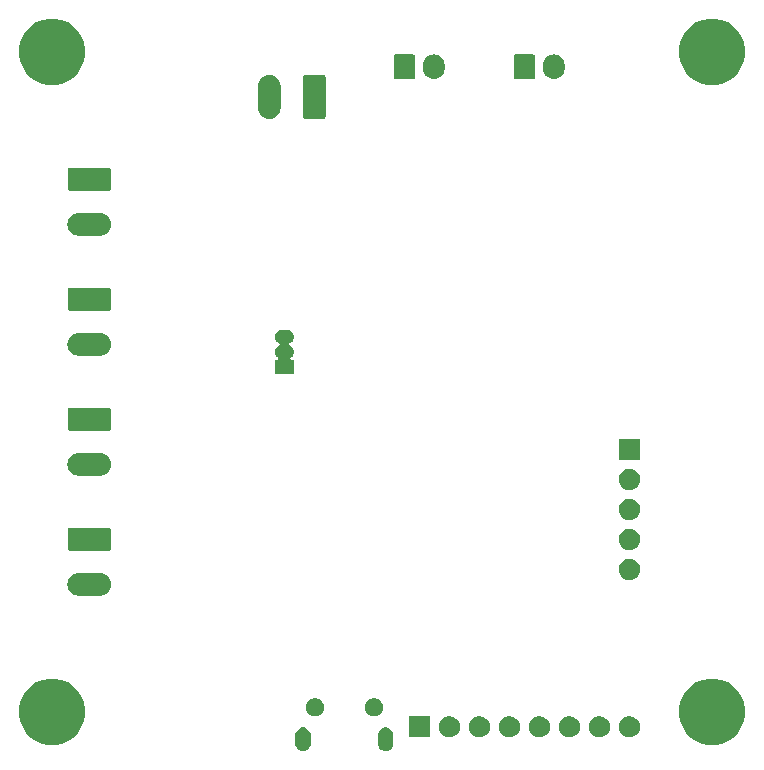
<source format=gbs>
G04 #@! TF.GenerationSoftware,KiCad,Pcbnew,(5.1.5)-3*
G04 #@! TF.CreationDate,2020-02-07T02:52:50+01:00*
G04 #@! TF.ProjectId,T962upgrade,54393632-7570-4677-9261-64652e6b6963,v0.1*
G04 #@! TF.SameCoordinates,Original*
G04 #@! TF.FileFunction,Soldermask,Bot*
G04 #@! TF.FilePolarity,Negative*
%FSLAX46Y46*%
G04 Gerber Fmt 4.6, Leading zero omitted, Abs format (unit mm)*
G04 Created by KiCad (PCBNEW (5.1.5)-3) date 2020-02-07 02:52:50*
%MOMM*%
%LPD*%
G04 APERTURE LIST*
%ADD10C,0.100000*%
G04 APERTURE END LIST*
D10*
G36*
X89337618Y-124517420D02*
G01*
X89428404Y-124544960D01*
X89460336Y-124554646D01*
X89573425Y-124615094D01*
X89672554Y-124696446D01*
X89753906Y-124795575D01*
X89814354Y-124908664D01*
X89824040Y-124940596D01*
X89851580Y-125031382D01*
X89861000Y-125127027D01*
X89861000Y-125890973D01*
X89851580Y-125986618D01*
X89824040Y-126077404D01*
X89814354Y-126109336D01*
X89753906Y-126222425D01*
X89672554Y-126321553D01*
X89573424Y-126402906D01*
X89460335Y-126463354D01*
X89428403Y-126473040D01*
X89337617Y-126500580D01*
X89210000Y-126513149D01*
X89082382Y-126500580D01*
X88991596Y-126473040D01*
X88959664Y-126463354D01*
X88846575Y-126402906D01*
X88747447Y-126321554D01*
X88666094Y-126222424D01*
X88605646Y-126109335D01*
X88569750Y-125991000D01*
X88568420Y-125986617D01*
X88559000Y-125890972D01*
X88559000Y-125127027D01*
X88568420Y-125031382D01*
X88605645Y-124908668D01*
X88630608Y-124861966D01*
X88666095Y-124795575D01*
X88747447Y-124696446D01*
X88846576Y-124615094D01*
X88959665Y-124554646D01*
X88991597Y-124544960D01*
X89082383Y-124517420D01*
X89210000Y-124504851D01*
X89337618Y-124517420D01*
G37*
G36*
X96337617Y-124517420D02*
G01*
X96428403Y-124544960D01*
X96460335Y-124554646D01*
X96573424Y-124615094D01*
X96672554Y-124696447D01*
X96753906Y-124795575D01*
X96814354Y-124908664D01*
X96824040Y-124940596D01*
X96851580Y-125031382D01*
X96861000Y-125127027D01*
X96861000Y-125890973D01*
X96851580Y-125986618D01*
X96824040Y-126077404D01*
X96814354Y-126109336D01*
X96753906Y-126222425D01*
X96672554Y-126321554D01*
X96573425Y-126402906D01*
X96460336Y-126463354D01*
X96428404Y-126473040D01*
X96337618Y-126500580D01*
X96210000Y-126513149D01*
X96082383Y-126500580D01*
X95991597Y-126473040D01*
X95959665Y-126463354D01*
X95846576Y-126402906D01*
X95747447Y-126321554D01*
X95666095Y-126222425D01*
X95605648Y-126109337D01*
X95605645Y-126109332D01*
X95568420Y-125986618D01*
X95559000Y-125890973D01*
X95559000Y-125127028D01*
X95568420Y-125031383D01*
X95605645Y-124908669D01*
X95605646Y-124908665D01*
X95666094Y-124795576D01*
X95747447Y-124696446D01*
X95846575Y-124615094D01*
X95959664Y-124554646D01*
X95991596Y-124544960D01*
X96082382Y-124517420D01*
X96210000Y-124504851D01*
X96337617Y-124517420D01*
G37*
G36*
X68762021Y-120496640D02*
G01*
X69271769Y-120707785D01*
X69271771Y-120707786D01*
X69730534Y-121014321D01*
X70120679Y-121404466D01*
X70427214Y-121863229D01*
X70427215Y-121863231D01*
X70638360Y-122372979D01*
X70746000Y-122914124D01*
X70746000Y-123465876D01*
X70638360Y-124007021D01*
X70427215Y-124516769D01*
X70427214Y-124516771D01*
X70120679Y-124975534D01*
X69730534Y-125365679D01*
X69271771Y-125672214D01*
X69271770Y-125672215D01*
X69271769Y-125672215D01*
X68762021Y-125883360D01*
X68220876Y-125991000D01*
X67669124Y-125991000D01*
X67127979Y-125883360D01*
X66618231Y-125672215D01*
X66618230Y-125672215D01*
X66618229Y-125672214D01*
X66159466Y-125365679D01*
X65769321Y-124975534D01*
X65462786Y-124516771D01*
X65462785Y-124516769D01*
X65251640Y-124007021D01*
X65144000Y-123465876D01*
X65144000Y-122914124D01*
X65251640Y-122372979D01*
X65462785Y-121863231D01*
X65462786Y-121863229D01*
X65769321Y-121404466D01*
X66159466Y-121014321D01*
X66618229Y-120707786D01*
X66618231Y-120707785D01*
X67127979Y-120496640D01*
X67669124Y-120389000D01*
X68220876Y-120389000D01*
X68762021Y-120496640D01*
G37*
G36*
X124642021Y-120496640D02*
G01*
X125151769Y-120707785D01*
X125151771Y-120707786D01*
X125610534Y-121014321D01*
X126000679Y-121404466D01*
X126307214Y-121863229D01*
X126307215Y-121863231D01*
X126518360Y-122372979D01*
X126626000Y-122914124D01*
X126626000Y-123465876D01*
X126518360Y-124007021D01*
X126307215Y-124516769D01*
X126307214Y-124516771D01*
X126000679Y-124975534D01*
X125610534Y-125365679D01*
X125151771Y-125672214D01*
X125151770Y-125672215D01*
X125151769Y-125672215D01*
X124642021Y-125883360D01*
X124100876Y-125991000D01*
X123549124Y-125991000D01*
X123007979Y-125883360D01*
X122498231Y-125672215D01*
X122498230Y-125672215D01*
X122498229Y-125672214D01*
X122039466Y-125365679D01*
X121649321Y-124975534D01*
X121342786Y-124516771D01*
X121342785Y-124516769D01*
X121131640Y-124007021D01*
X121024000Y-123465876D01*
X121024000Y-122914124D01*
X121131640Y-122372979D01*
X121342785Y-121863231D01*
X121342786Y-121863229D01*
X121649321Y-121404466D01*
X122039466Y-121014321D01*
X122498229Y-120707786D01*
X122498231Y-120707785D01*
X123007979Y-120496640D01*
X123549124Y-120389000D01*
X124100876Y-120389000D01*
X124642021Y-120496640D01*
G37*
G36*
X111873512Y-123563927D02*
G01*
X112022812Y-123593624D01*
X112186784Y-123661544D01*
X112334354Y-123760147D01*
X112459853Y-123885646D01*
X112558456Y-124033216D01*
X112626376Y-124197188D01*
X112656073Y-124346488D01*
X112661000Y-124371258D01*
X112661000Y-124548742D01*
X112656073Y-124573512D01*
X112626376Y-124722812D01*
X112558456Y-124886784D01*
X112459853Y-125034354D01*
X112334354Y-125159853D01*
X112186784Y-125258456D01*
X112022812Y-125326376D01*
X111873512Y-125356073D01*
X111848742Y-125361000D01*
X111671258Y-125361000D01*
X111646488Y-125356073D01*
X111497188Y-125326376D01*
X111333216Y-125258456D01*
X111185646Y-125159853D01*
X111060147Y-125034354D01*
X110961544Y-124886784D01*
X110893624Y-124722812D01*
X110863927Y-124573512D01*
X110859000Y-124548742D01*
X110859000Y-124371258D01*
X110863927Y-124346488D01*
X110893624Y-124197188D01*
X110961544Y-124033216D01*
X111060147Y-123885646D01*
X111185646Y-123760147D01*
X111333216Y-123661544D01*
X111497188Y-123593624D01*
X111646488Y-123563927D01*
X111671258Y-123559000D01*
X111848742Y-123559000D01*
X111873512Y-123563927D01*
G37*
G36*
X116953512Y-123563927D02*
G01*
X117102812Y-123593624D01*
X117266784Y-123661544D01*
X117414354Y-123760147D01*
X117539853Y-123885646D01*
X117638456Y-124033216D01*
X117706376Y-124197188D01*
X117736073Y-124346488D01*
X117741000Y-124371258D01*
X117741000Y-124548742D01*
X117736073Y-124573512D01*
X117706376Y-124722812D01*
X117638456Y-124886784D01*
X117539853Y-125034354D01*
X117414354Y-125159853D01*
X117266784Y-125258456D01*
X117102812Y-125326376D01*
X116953512Y-125356073D01*
X116928742Y-125361000D01*
X116751258Y-125361000D01*
X116726488Y-125356073D01*
X116577188Y-125326376D01*
X116413216Y-125258456D01*
X116265646Y-125159853D01*
X116140147Y-125034354D01*
X116041544Y-124886784D01*
X115973624Y-124722812D01*
X115943927Y-124573512D01*
X115939000Y-124548742D01*
X115939000Y-124371258D01*
X115943927Y-124346488D01*
X115973624Y-124197188D01*
X116041544Y-124033216D01*
X116140147Y-123885646D01*
X116265646Y-123760147D01*
X116413216Y-123661544D01*
X116577188Y-123593624D01*
X116726488Y-123563927D01*
X116751258Y-123559000D01*
X116928742Y-123559000D01*
X116953512Y-123563927D01*
G37*
G36*
X109333512Y-123563927D02*
G01*
X109482812Y-123593624D01*
X109646784Y-123661544D01*
X109794354Y-123760147D01*
X109919853Y-123885646D01*
X110018456Y-124033216D01*
X110086376Y-124197188D01*
X110116073Y-124346488D01*
X110121000Y-124371258D01*
X110121000Y-124548742D01*
X110116073Y-124573512D01*
X110086376Y-124722812D01*
X110018456Y-124886784D01*
X109919853Y-125034354D01*
X109794354Y-125159853D01*
X109646784Y-125258456D01*
X109482812Y-125326376D01*
X109333512Y-125356073D01*
X109308742Y-125361000D01*
X109131258Y-125361000D01*
X109106488Y-125356073D01*
X108957188Y-125326376D01*
X108793216Y-125258456D01*
X108645646Y-125159853D01*
X108520147Y-125034354D01*
X108421544Y-124886784D01*
X108353624Y-124722812D01*
X108323927Y-124573512D01*
X108319000Y-124548742D01*
X108319000Y-124371258D01*
X108323927Y-124346488D01*
X108353624Y-124197188D01*
X108421544Y-124033216D01*
X108520147Y-123885646D01*
X108645646Y-123760147D01*
X108793216Y-123661544D01*
X108957188Y-123593624D01*
X109106488Y-123563927D01*
X109131258Y-123559000D01*
X109308742Y-123559000D01*
X109333512Y-123563927D01*
G37*
G36*
X106793512Y-123563927D02*
G01*
X106942812Y-123593624D01*
X107106784Y-123661544D01*
X107254354Y-123760147D01*
X107379853Y-123885646D01*
X107478456Y-124033216D01*
X107546376Y-124197188D01*
X107576073Y-124346488D01*
X107581000Y-124371258D01*
X107581000Y-124548742D01*
X107576073Y-124573512D01*
X107546376Y-124722812D01*
X107478456Y-124886784D01*
X107379853Y-125034354D01*
X107254354Y-125159853D01*
X107106784Y-125258456D01*
X106942812Y-125326376D01*
X106793512Y-125356073D01*
X106768742Y-125361000D01*
X106591258Y-125361000D01*
X106566488Y-125356073D01*
X106417188Y-125326376D01*
X106253216Y-125258456D01*
X106105646Y-125159853D01*
X105980147Y-125034354D01*
X105881544Y-124886784D01*
X105813624Y-124722812D01*
X105783927Y-124573512D01*
X105779000Y-124548742D01*
X105779000Y-124371258D01*
X105783927Y-124346488D01*
X105813624Y-124197188D01*
X105881544Y-124033216D01*
X105980147Y-123885646D01*
X106105646Y-123760147D01*
X106253216Y-123661544D01*
X106417188Y-123593624D01*
X106566488Y-123563927D01*
X106591258Y-123559000D01*
X106768742Y-123559000D01*
X106793512Y-123563927D01*
G37*
G36*
X104253512Y-123563927D02*
G01*
X104402812Y-123593624D01*
X104566784Y-123661544D01*
X104714354Y-123760147D01*
X104839853Y-123885646D01*
X104938456Y-124033216D01*
X105006376Y-124197188D01*
X105036073Y-124346488D01*
X105041000Y-124371258D01*
X105041000Y-124548742D01*
X105036073Y-124573512D01*
X105006376Y-124722812D01*
X104938456Y-124886784D01*
X104839853Y-125034354D01*
X104714354Y-125159853D01*
X104566784Y-125258456D01*
X104402812Y-125326376D01*
X104253512Y-125356073D01*
X104228742Y-125361000D01*
X104051258Y-125361000D01*
X104026488Y-125356073D01*
X103877188Y-125326376D01*
X103713216Y-125258456D01*
X103565646Y-125159853D01*
X103440147Y-125034354D01*
X103341544Y-124886784D01*
X103273624Y-124722812D01*
X103243927Y-124573512D01*
X103239000Y-124548742D01*
X103239000Y-124371258D01*
X103243927Y-124346488D01*
X103273624Y-124197188D01*
X103341544Y-124033216D01*
X103440147Y-123885646D01*
X103565646Y-123760147D01*
X103713216Y-123661544D01*
X103877188Y-123593624D01*
X104026488Y-123563927D01*
X104051258Y-123559000D01*
X104228742Y-123559000D01*
X104253512Y-123563927D01*
G37*
G36*
X101713512Y-123563927D02*
G01*
X101862812Y-123593624D01*
X102026784Y-123661544D01*
X102174354Y-123760147D01*
X102299853Y-123885646D01*
X102398456Y-124033216D01*
X102466376Y-124197188D01*
X102496073Y-124346488D01*
X102501000Y-124371258D01*
X102501000Y-124548742D01*
X102496073Y-124573512D01*
X102466376Y-124722812D01*
X102398456Y-124886784D01*
X102299853Y-125034354D01*
X102174354Y-125159853D01*
X102026784Y-125258456D01*
X101862812Y-125326376D01*
X101713512Y-125356073D01*
X101688742Y-125361000D01*
X101511258Y-125361000D01*
X101486488Y-125356073D01*
X101337188Y-125326376D01*
X101173216Y-125258456D01*
X101025646Y-125159853D01*
X100900147Y-125034354D01*
X100801544Y-124886784D01*
X100733624Y-124722812D01*
X100703927Y-124573512D01*
X100699000Y-124548742D01*
X100699000Y-124371258D01*
X100703927Y-124346488D01*
X100733624Y-124197188D01*
X100801544Y-124033216D01*
X100900147Y-123885646D01*
X101025646Y-123760147D01*
X101173216Y-123661544D01*
X101337188Y-123593624D01*
X101486488Y-123563927D01*
X101511258Y-123559000D01*
X101688742Y-123559000D01*
X101713512Y-123563927D01*
G37*
G36*
X99961000Y-125361000D02*
G01*
X98159000Y-125361000D01*
X98159000Y-123559000D01*
X99961000Y-123559000D01*
X99961000Y-125361000D01*
G37*
G36*
X114413512Y-123563927D02*
G01*
X114562812Y-123593624D01*
X114726784Y-123661544D01*
X114874354Y-123760147D01*
X114999853Y-123885646D01*
X115098456Y-124033216D01*
X115166376Y-124197188D01*
X115196073Y-124346488D01*
X115201000Y-124371258D01*
X115201000Y-124548742D01*
X115196073Y-124573512D01*
X115166376Y-124722812D01*
X115098456Y-124886784D01*
X114999853Y-125034354D01*
X114874354Y-125159853D01*
X114726784Y-125258456D01*
X114562812Y-125326376D01*
X114413512Y-125356073D01*
X114388742Y-125361000D01*
X114211258Y-125361000D01*
X114186488Y-125356073D01*
X114037188Y-125326376D01*
X113873216Y-125258456D01*
X113725646Y-125159853D01*
X113600147Y-125034354D01*
X113501544Y-124886784D01*
X113433624Y-124722812D01*
X113403927Y-124573512D01*
X113399000Y-124548742D01*
X113399000Y-124371258D01*
X113403927Y-124346488D01*
X113433624Y-124197188D01*
X113501544Y-124033216D01*
X113600147Y-123885646D01*
X113725646Y-123760147D01*
X113873216Y-123661544D01*
X114037188Y-123593624D01*
X114186488Y-123563927D01*
X114211258Y-123559000D01*
X114388742Y-123559000D01*
X114413512Y-123563927D01*
G37*
G36*
X95436348Y-122062820D02*
G01*
X95436350Y-122062821D01*
X95436351Y-122062821D01*
X95577574Y-122121317D01*
X95577577Y-122121319D01*
X95704669Y-122206239D01*
X95812761Y-122314331D01*
X95851948Y-122372979D01*
X95897683Y-122441426D01*
X95956179Y-122582649D01*
X95956180Y-122582652D01*
X95986000Y-122732569D01*
X95986000Y-122885431D01*
X95980293Y-122914124D01*
X95956179Y-123035351D01*
X95897683Y-123176574D01*
X95897681Y-123176577D01*
X95812761Y-123303669D01*
X95704669Y-123411761D01*
X95623683Y-123465874D01*
X95577574Y-123496683D01*
X95436351Y-123555179D01*
X95436350Y-123555179D01*
X95436348Y-123555180D01*
X95286431Y-123585000D01*
X95133569Y-123585000D01*
X94983652Y-123555180D01*
X94983650Y-123555179D01*
X94983649Y-123555179D01*
X94842426Y-123496683D01*
X94796317Y-123465874D01*
X94715331Y-123411761D01*
X94607239Y-123303669D01*
X94522319Y-123176577D01*
X94522317Y-123176574D01*
X94463821Y-123035351D01*
X94439708Y-122914124D01*
X94434000Y-122885431D01*
X94434000Y-122732569D01*
X94463820Y-122582652D01*
X94463821Y-122582649D01*
X94522317Y-122441426D01*
X94568052Y-122372979D01*
X94607239Y-122314331D01*
X94715331Y-122206239D01*
X94842423Y-122121319D01*
X94842426Y-122121317D01*
X94983649Y-122062821D01*
X94983650Y-122062821D01*
X94983652Y-122062820D01*
X95133569Y-122033000D01*
X95286431Y-122033000D01*
X95436348Y-122062820D01*
G37*
G36*
X90436348Y-122062820D02*
G01*
X90436350Y-122062821D01*
X90436351Y-122062821D01*
X90577574Y-122121317D01*
X90577577Y-122121319D01*
X90704669Y-122206239D01*
X90812761Y-122314331D01*
X90851948Y-122372979D01*
X90897683Y-122441426D01*
X90956179Y-122582649D01*
X90956180Y-122582652D01*
X90986000Y-122732569D01*
X90986000Y-122885431D01*
X90980293Y-122914124D01*
X90956179Y-123035351D01*
X90897683Y-123176574D01*
X90897681Y-123176577D01*
X90812761Y-123303669D01*
X90704669Y-123411761D01*
X90623683Y-123465874D01*
X90577574Y-123496683D01*
X90436351Y-123555179D01*
X90436350Y-123555179D01*
X90436348Y-123555180D01*
X90286431Y-123585000D01*
X90133569Y-123585000D01*
X89983652Y-123555180D01*
X89983650Y-123555179D01*
X89983649Y-123555179D01*
X89842426Y-123496683D01*
X89796317Y-123465874D01*
X89715331Y-123411761D01*
X89607239Y-123303669D01*
X89522319Y-123176577D01*
X89522317Y-123176574D01*
X89463821Y-123035351D01*
X89439708Y-122914124D01*
X89434000Y-122885431D01*
X89434000Y-122732569D01*
X89463820Y-122582652D01*
X89463821Y-122582649D01*
X89522317Y-122441426D01*
X89568052Y-122372979D01*
X89607239Y-122314331D01*
X89715331Y-122206239D01*
X89842423Y-122121319D01*
X89842426Y-122121317D01*
X89983649Y-122062821D01*
X89983650Y-122062821D01*
X89983652Y-122062820D01*
X90133569Y-122033000D01*
X90286431Y-122033000D01*
X90436348Y-122062820D01*
G37*
G36*
X72206425Y-111457760D02*
G01*
X72206428Y-111457761D01*
X72206429Y-111457761D01*
X72385693Y-111512140D01*
X72385696Y-111512142D01*
X72385697Y-111512142D01*
X72550903Y-111600446D01*
X72695712Y-111719288D01*
X72814554Y-111864097D01*
X72902858Y-112029303D01*
X72902860Y-112029307D01*
X72957239Y-112208571D01*
X72957240Y-112208575D01*
X72975601Y-112395000D01*
X72957240Y-112581425D01*
X72957239Y-112581428D01*
X72957239Y-112581429D01*
X72902860Y-112760693D01*
X72902858Y-112760696D01*
X72902858Y-112760697D01*
X72814554Y-112925903D01*
X72695712Y-113070712D01*
X72550903Y-113189554D01*
X72385697Y-113277858D01*
X72385693Y-113277860D01*
X72206429Y-113332239D01*
X72206428Y-113332239D01*
X72206425Y-113332240D01*
X72066718Y-113346000D01*
X70173282Y-113346000D01*
X70033575Y-113332240D01*
X70033572Y-113332239D01*
X70033571Y-113332239D01*
X69854307Y-113277860D01*
X69854303Y-113277858D01*
X69689097Y-113189554D01*
X69544288Y-113070712D01*
X69425446Y-112925903D01*
X69337142Y-112760697D01*
X69337142Y-112760696D01*
X69337140Y-112760693D01*
X69282761Y-112581429D01*
X69282761Y-112581428D01*
X69282760Y-112581425D01*
X69264399Y-112395000D01*
X69282760Y-112208575D01*
X69282761Y-112208571D01*
X69337140Y-112029307D01*
X69337142Y-112029303D01*
X69425446Y-111864097D01*
X69544288Y-111719288D01*
X69689097Y-111600446D01*
X69854303Y-111512142D01*
X69854304Y-111512142D01*
X69854307Y-111512140D01*
X70033571Y-111457761D01*
X70033572Y-111457761D01*
X70033575Y-111457760D01*
X70173282Y-111444000D01*
X72066718Y-111444000D01*
X72206425Y-111457760D01*
G37*
G36*
X116953512Y-110228927D02*
G01*
X117102812Y-110258624D01*
X117266784Y-110326544D01*
X117414354Y-110425147D01*
X117539853Y-110550646D01*
X117638456Y-110698216D01*
X117706376Y-110862188D01*
X117741000Y-111036259D01*
X117741000Y-111213741D01*
X117706376Y-111387812D01*
X117638456Y-111551784D01*
X117539853Y-111699354D01*
X117414354Y-111824853D01*
X117266784Y-111923456D01*
X117102812Y-111991376D01*
X116953512Y-112021073D01*
X116928742Y-112026000D01*
X116751258Y-112026000D01*
X116726488Y-112021073D01*
X116577188Y-111991376D01*
X116413216Y-111923456D01*
X116265646Y-111824853D01*
X116140147Y-111699354D01*
X116041544Y-111551784D01*
X115973624Y-111387812D01*
X115939000Y-111213741D01*
X115939000Y-111036259D01*
X115973624Y-110862188D01*
X116041544Y-110698216D01*
X116140147Y-110550646D01*
X116265646Y-110425147D01*
X116413216Y-110326544D01*
X116577188Y-110258624D01*
X116726488Y-110228927D01*
X116751258Y-110224000D01*
X116928742Y-110224000D01*
X116953512Y-110228927D01*
G37*
G36*
X72830915Y-107637934D02*
G01*
X72863424Y-107647795D01*
X72893382Y-107663809D01*
X72919641Y-107685359D01*
X72941191Y-107711618D01*
X72957205Y-107741576D01*
X72967066Y-107774085D01*
X72971000Y-107814029D01*
X72971000Y-109355971D01*
X72967066Y-109395915D01*
X72957205Y-109428424D01*
X72941191Y-109458382D01*
X72919641Y-109484641D01*
X72893382Y-109506191D01*
X72863424Y-109522205D01*
X72830915Y-109532066D01*
X72790971Y-109536000D01*
X69449029Y-109536000D01*
X69409085Y-109532066D01*
X69376576Y-109522205D01*
X69346618Y-109506191D01*
X69320359Y-109484641D01*
X69298809Y-109458382D01*
X69282795Y-109428424D01*
X69272934Y-109395915D01*
X69269000Y-109355971D01*
X69269000Y-107814029D01*
X69272934Y-107774085D01*
X69282795Y-107741576D01*
X69298809Y-107711618D01*
X69320359Y-107685359D01*
X69346618Y-107663809D01*
X69376576Y-107647795D01*
X69409085Y-107637934D01*
X69449029Y-107634000D01*
X72790971Y-107634000D01*
X72830915Y-107637934D01*
G37*
G36*
X116953512Y-107688927D02*
G01*
X117102812Y-107718624D01*
X117266784Y-107786544D01*
X117414354Y-107885147D01*
X117539853Y-108010646D01*
X117638456Y-108158216D01*
X117706376Y-108322188D01*
X117741000Y-108496259D01*
X117741000Y-108673741D01*
X117706376Y-108847812D01*
X117638456Y-109011784D01*
X117539853Y-109159354D01*
X117414354Y-109284853D01*
X117266784Y-109383456D01*
X117102812Y-109451376D01*
X116953512Y-109481073D01*
X116928742Y-109486000D01*
X116751258Y-109486000D01*
X116726488Y-109481073D01*
X116577188Y-109451376D01*
X116413216Y-109383456D01*
X116265646Y-109284853D01*
X116140147Y-109159354D01*
X116041544Y-109011784D01*
X115973624Y-108847812D01*
X115939000Y-108673741D01*
X115939000Y-108496259D01*
X115973624Y-108322188D01*
X116041544Y-108158216D01*
X116140147Y-108010646D01*
X116265646Y-107885147D01*
X116413216Y-107786544D01*
X116577188Y-107718624D01*
X116726488Y-107688927D01*
X116751258Y-107684000D01*
X116928742Y-107684000D01*
X116953512Y-107688927D01*
G37*
G36*
X116953512Y-105148927D02*
G01*
X117102812Y-105178624D01*
X117266784Y-105246544D01*
X117414354Y-105345147D01*
X117539853Y-105470646D01*
X117638456Y-105618216D01*
X117706376Y-105782188D01*
X117741000Y-105956259D01*
X117741000Y-106133741D01*
X117706376Y-106307812D01*
X117638456Y-106471784D01*
X117539853Y-106619354D01*
X117414354Y-106744853D01*
X117266784Y-106843456D01*
X117102812Y-106911376D01*
X116953512Y-106941073D01*
X116928742Y-106946000D01*
X116751258Y-106946000D01*
X116726488Y-106941073D01*
X116577188Y-106911376D01*
X116413216Y-106843456D01*
X116265646Y-106744853D01*
X116140147Y-106619354D01*
X116041544Y-106471784D01*
X115973624Y-106307812D01*
X115939000Y-106133741D01*
X115939000Y-105956259D01*
X115973624Y-105782188D01*
X116041544Y-105618216D01*
X116140147Y-105470646D01*
X116265646Y-105345147D01*
X116413216Y-105246544D01*
X116577188Y-105178624D01*
X116726488Y-105148927D01*
X116751258Y-105144000D01*
X116928742Y-105144000D01*
X116953512Y-105148927D01*
G37*
G36*
X116953512Y-102608927D02*
G01*
X117102812Y-102638624D01*
X117266784Y-102706544D01*
X117414354Y-102805147D01*
X117539853Y-102930646D01*
X117638456Y-103078216D01*
X117706376Y-103242188D01*
X117741000Y-103416259D01*
X117741000Y-103593741D01*
X117706376Y-103767812D01*
X117638456Y-103931784D01*
X117539853Y-104079354D01*
X117414354Y-104204853D01*
X117266784Y-104303456D01*
X117102812Y-104371376D01*
X116953512Y-104401073D01*
X116928742Y-104406000D01*
X116751258Y-104406000D01*
X116726488Y-104401073D01*
X116577188Y-104371376D01*
X116413216Y-104303456D01*
X116265646Y-104204853D01*
X116140147Y-104079354D01*
X116041544Y-103931784D01*
X115973624Y-103767812D01*
X115939000Y-103593741D01*
X115939000Y-103416259D01*
X115973624Y-103242188D01*
X116041544Y-103078216D01*
X116140147Y-102930646D01*
X116265646Y-102805147D01*
X116413216Y-102706544D01*
X116577188Y-102638624D01*
X116726488Y-102608927D01*
X116751258Y-102604000D01*
X116928742Y-102604000D01*
X116953512Y-102608927D01*
G37*
G36*
X72206425Y-101297760D02*
G01*
X72206428Y-101297761D01*
X72206429Y-101297761D01*
X72385693Y-101352140D01*
X72385696Y-101352142D01*
X72385697Y-101352142D01*
X72550903Y-101440446D01*
X72695712Y-101559288D01*
X72814554Y-101704097D01*
X72902858Y-101869303D01*
X72902860Y-101869307D01*
X72957239Y-102048571D01*
X72957240Y-102048575D01*
X72975601Y-102235000D01*
X72957240Y-102421425D01*
X72957239Y-102421428D01*
X72957239Y-102421429D01*
X72902860Y-102600693D01*
X72902858Y-102600696D01*
X72902858Y-102600697D01*
X72814554Y-102765903D01*
X72695712Y-102910712D01*
X72550903Y-103029554D01*
X72385697Y-103117858D01*
X72385693Y-103117860D01*
X72206429Y-103172239D01*
X72206428Y-103172239D01*
X72206425Y-103172240D01*
X72066718Y-103186000D01*
X70173282Y-103186000D01*
X70033575Y-103172240D01*
X70033572Y-103172239D01*
X70033571Y-103172239D01*
X69854307Y-103117860D01*
X69854303Y-103117858D01*
X69689097Y-103029554D01*
X69544288Y-102910712D01*
X69425446Y-102765903D01*
X69337142Y-102600697D01*
X69337142Y-102600696D01*
X69337140Y-102600693D01*
X69282761Y-102421429D01*
X69282761Y-102421428D01*
X69282760Y-102421425D01*
X69264399Y-102235000D01*
X69282760Y-102048575D01*
X69282761Y-102048571D01*
X69337140Y-101869307D01*
X69337142Y-101869303D01*
X69425446Y-101704097D01*
X69544288Y-101559288D01*
X69689097Y-101440446D01*
X69854303Y-101352142D01*
X69854304Y-101352142D01*
X69854307Y-101352140D01*
X70033571Y-101297761D01*
X70033572Y-101297761D01*
X70033575Y-101297760D01*
X70173282Y-101284000D01*
X72066718Y-101284000D01*
X72206425Y-101297760D01*
G37*
G36*
X117741000Y-101866000D02*
G01*
X115939000Y-101866000D01*
X115939000Y-100064000D01*
X117741000Y-100064000D01*
X117741000Y-101866000D01*
G37*
G36*
X72830915Y-97477934D02*
G01*
X72863424Y-97487795D01*
X72893382Y-97503809D01*
X72919641Y-97525359D01*
X72941191Y-97551618D01*
X72957205Y-97581576D01*
X72967066Y-97614085D01*
X72971000Y-97654029D01*
X72971000Y-99195971D01*
X72967066Y-99235915D01*
X72957205Y-99268424D01*
X72941191Y-99298382D01*
X72919641Y-99324641D01*
X72893382Y-99346191D01*
X72863424Y-99362205D01*
X72830915Y-99372066D01*
X72790971Y-99376000D01*
X69449029Y-99376000D01*
X69409085Y-99372066D01*
X69376576Y-99362205D01*
X69346618Y-99346191D01*
X69320359Y-99324641D01*
X69298809Y-99298382D01*
X69282795Y-99268424D01*
X69272934Y-99235915D01*
X69269000Y-99195971D01*
X69269000Y-97654029D01*
X69272934Y-97614085D01*
X69282795Y-97581576D01*
X69298809Y-97551618D01*
X69320359Y-97525359D01*
X69346618Y-97503809D01*
X69376576Y-97487795D01*
X69409085Y-97477934D01*
X69449029Y-97474000D01*
X72790971Y-97474000D01*
X72830915Y-97477934D01*
G37*
G36*
X87967916Y-90872334D02*
G01*
X88076492Y-90905271D01*
X88076495Y-90905272D01*
X88112601Y-90924571D01*
X88176557Y-90958756D01*
X88264264Y-91030736D01*
X88336244Y-91118443D01*
X88370429Y-91182399D01*
X88389728Y-91218505D01*
X88389729Y-91218508D01*
X88422666Y-91327084D01*
X88433787Y-91440000D01*
X88422666Y-91552916D01*
X88389729Y-91661492D01*
X88389728Y-91661495D01*
X88370429Y-91697601D01*
X88336244Y-91761557D01*
X88264264Y-91849264D01*
X88176557Y-91921244D01*
X88095141Y-91964761D01*
X88074766Y-91978375D01*
X88057439Y-91995702D01*
X88043826Y-92016076D01*
X88034448Y-92038715D01*
X88029668Y-92062748D01*
X88029668Y-92087252D01*
X88034448Y-92111285D01*
X88043826Y-92133924D01*
X88057440Y-92154299D01*
X88074767Y-92171626D01*
X88095141Y-92185239D01*
X88176557Y-92228756D01*
X88264264Y-92300736D01*
X88336244Y-92388443D01*
X88364172Y-92440693D01*
X88389728Y-92488505D01*
X88389729Y-92488508D01*
X88422666Y-92597084D01*
X88433787Y-92710000D01*
X88422666Y-92822916D01*
X88389729Y-92931492D01*
X88389728Y-92931495D01*
X88375636Y-92957858D01*
X88336244Y-93031557D01*
X88264264Y-93119264D01*
X88187354Y-93182383D01*
X88170035Y-93199702D01*
X88156421Y-93220077D01*
X88147043Y-93242716D01*
X88142263Y-93266749D01*
X88142263Y-93291253D01*
X88147043Y-93315286D01*
X88156421Y-93337925D01*
X88170034Y-93358299D01*
X88187361Y-93375626D01*
X88207736Y-93389240D01*
X88230375Y-93398618D01*
X88254408Y-93403398D01*
X88266660Y-93404000D01*
X88431000Y-93404000D01*
X88431000Y-94556000D01*
X86829000Y-94556000D01*
X86829000Y-93404000D01*
X86993340Y-93404000D01*
X87017726Y-93401598D01*
X87041175Y-93394485D01*
X87062786Y-93382934D01*
X87081728Y-93367389D01*
X87097273Y-93348447D01*
X87108824Y-93326836D01*
X87115937Y-93303387D01*
X87118339Y-93279001D01*
X87115937Y-93254615D01*
X87108824Y-93231166D01*
X87097273Y-93209555D01*
X87081728Y-93190613D01*
X87072655Y-93182391D01*
X86995736Y-93119264D01*
X86923756Y-93031557D01*
X86884364Y-92957858D01*
X86870272Y-92931495D01*
X86870271Y-92931492D01*
X86837334Y-92822916D01*
X86826213Y-92710000D01*
X86837334Y-92597084D01*
X86870271Y-92488508D01*
X86870272Y-92488505D01*
X86895828Y-92440693D01*
X86923756Y-92388443D01*
X86995736Y-92300736D01*
X87083443Y-92228756D01*
X87164859Y-92185239D01*
X87185234Y-92171625D01*
X87202561Y-92154298D01*
X87216174Y-92133924D01*
X87225552Y-92111285D01*
X87230332Y-92087252D01*
X87230332Y-92062748D01*
X87225552Y-92038715D01*
X87216174Y-92016076D01*
X87202560Y-91995701D01*
X87185233Y-91978374D01*
X87164859Y-91964761D01*
X87083443Y-91921244D01*
X86995736Y-91849264D01*
X86923756Y-91761557D01*
X86889571Y-91697601D01*
X86870272Y-91661495D01*
X86870271Y-91661492D01*
X86837334Y-91552916D01*
X86826213Y-91440000D01*
X86837334Y-91327084D01*
X86870271Y-91218508D01*
X86870272Y-91218505D01*
X86889571Y-91182399D01*
X86923756Y-91118443D01*
X86995736Y-91030736D01*
X87083443Y-90958756D01*
X87147399Y-90924571D01*
X87183505Y-90905272D01*
X87183508Y-90905271D01*
X87292084Y-90872334D01*
X87376702Y-90864000D01*
X87883298Y-90864000D01*
X87967916Y-90872334D01*
G37*
G36*
X72206425Y-91137760D02*
G01*
X72206428Y-91137761D01*
X72206429Y-91137761D01*
X72385693Y-91192140D01*
X72385696Y-91192142D01*
X72385697Y-91192142D01*
X72550903Y-91280446D01*
X72695712Y-91399288D01*
X72814554Y-91544097D01*
X72877304Y-91661495D01*
X72902860Y-91709307D01*
X72945315Y-91849264D01*
X72957240Y-91888575D01*
X72975601Y-92075000D01*
X72957240Y-92261425D01*
X72957239Y-92261428D01*
X72957239Y-92261429D01*
X72902860Y-92440693D01*
X72902858Y-92440696D01*
X72902858Y-92440697D01*
X72814554Y-92605903D01*
X72695712Y-92750712D01*
X72550903Y-92869554D01*
X72385697Y-92957858D01*
X72385693Y-92957860D01*
X72206429Y-93012239D01*
X72206428Y-93012239D01*
X72206425Y-93012240D01*
X72066718Y-93026000D01*
X70173282Y-93026000D01*
X70033575Y-93012240D01*
X70033572Y-93012239D01*
X70033571Y-93012239D01*
X69854307Y-92957860D01*
X69854303Y-92957858D01*
X69689097Y-92869554D01*
X69544288Y-92750712D01*
X69425446Y-92605903D01*
X69337142Y-92440697D01*
X69337142Y-92440696D01*
X69337140Y-92440693D01*
X69282761Y-92261429D01*
X69282761Y-92261428D01*
X69282760Y-92261425D01*
X69264399Y-92075000D01*
X69282760Y-91888575D01*
X69294685Y-91849264D01*
X69337140Y-91709307D01*
X69362696Y-91661495D01*
X69425446Y-91544097D01*
X69544288Y-91399288D01*
X69689097Y-91280446D01*
X69854303Y-91192142D01*
X69854304Y-91192142D01*
X69854307Y-91192140D01*
X70033571Y-91137761D01*
X70033572Y-91137761D01*
X70033575Y-91137760D01*
X70173282Y-91124000D01*
X72066718Y-91124000D01*
X72206425Y-91137760D01*
G37*
G36*
X72830915Y-87317934D02*
G01*
X72863424Y-87327795D01*
X72893382Y-87343809D01*
X72919641Y-87365359D01*
X72941191Y-87391618D01*
X72957205Y-87421576D01*
X72967066Y-87454085D01*
X72971000Y-87494029D01*
X72971000Y-89035971D01*
X72967066Y-89075915D01*
X72957205Y-89108424D01*
X72941191Y-89138382D01*
X72919641Y-89164641D01*
X72893382Y-89186191D01*
X72863424Y-89202205D01*
X72830915Y-89212066D01*
X72790971Y-89216000D01*
X69449029Y-89216000D01*
X69409085Y-89212066D01*
X69376576Y-89202205D01*
X69346618Y-89186191D01*
X69320359Y-89164641D01*
X69298809Y-89138382D01*
X69282795Y-89108424D01*
X69272934Y-89075915D01*
X69269000Y-89035971D01*
X69269000Y-87494029D01*
X69272934Y-87454085D01*
X69282795Y-87421576D01*
X69298809Y-87391618D01*
X69320359Y-87365359D01*
X69346618Y-87343809D01*
X69376576Y-87327795D01*
X69409085Y-87317934D01*
X69449029Y-87314000D01*
X72790971Y-87314000D01*
X72830915Y-87317934D01*
G37*
G36*
X72206425Y-80977760D02*
G01*
X72206428Y-80977761D01*
X72206429Y-80977761D01*
X72385693Y-81032140D01*
X72385696Y-81032142D01*
X72385697Y-81032142D01*
X72550903Y-81120446D01*
X72695712Y-81239288D01*
X72814554Y-81384097D01*
X72902858Y-81549303D01*
X72902860Y-81549307D01*
X72957239Y-81728571D01*
X72957240Y-81728575D01*
X72975601Y-81915000D01*
X72957240Y-82101425D01*
X72957239Y-82101428D01*
X72957239Y-82101429D01*
X72902860Y-82280693D01*
X72902858Y-82280696D01*
X72902858Y-82280697D01*
X72814554Y-82445903D01*
X72695712Y-82590712D01*
X72550903Y-82709554D01*
X72385697Y-82797858D01*
X72385693Y-82797860D01*
X72206429Y-82852239D01*
X72206428Y-82852239D01*
X72206425Y-82852240D01*
X72066718Y-82866000D01*
X70173282Y-82866000D01*
X70033575Y-82852240D01*
X70033572Y-82852239D01*
X70033571Y-82852239D01*
X69854307Y-82797860D01*
X69854303Y-82797858D01*
X69689097Y-82709554D01*
X69544288Y-82590712D01*
X69425446Y-82445903D01*
X69337142Y-82280697D01*
X69337142Y-82280696D01*
X69337140Y-82280693D01*
X69282761Y-82101429D01*
X69282761Y-82101428D01*
X69282760Y-82101425D01*
X69264399Y-81915000D01*
X69282760Y-81728575D01*
X69282761Y-81728571D01*
X69337140Y-81549307D01*
X69337142Y-81549303D01*
X69425446Y-81384097D01*
X69544288Y-81239288D01*
X69689097Y-81120446D01*
X69854303Y-81032142D01*
X69854304Y-81032142D01*
X69854307Y-81032140D01*
X70033571Y-80977761D01*
X70033572Y-80977761D01*
X70033575Y-80977760D01*
X70173282Y-80964000D01*
X72066718Y-80964000D01*
X72206425Y-80977760D01*
G37*
G36*
X72830915Y-77157934D02*
G01*
X72863424Y-77167795D01*
X72893382Y-77183809D01*
X72919641Y-77205359D01*
X72941191Y-77231618D01*
X72957205Y-77261576D01*
X72967066Y-77294085D01*
X72971000Y-77334029D01*
X72971000Y-78875971D01*
X72967066Y-78915915D01*
X72957205Y-78948424D01*
X72941191Y-78978382D01*
X72919641Y-79004641D01*
X72893382Y-79026191D01*
X72863424Y-79042205D01*
X72830915Y-79052066D01*
X72790971Y-79056000D01*
X69449029Y-79056000D01*
X69409085Y-79052066D01*
X69376576Y-79042205D01*
X69346618Y-79026191D01*
X69320359Y-79004641D01*
X69298809Y-78978382D01*
X69282795Y-78948424D01*
X69272934Y-78915915D01*
X69269000Y-78875971D01*
X69269000Y-77334029D01*
X69272934Y-77294085D01*
X69282795Y-77261576D01*
X69298809Y-77231618D01*
X69320359Y-77205359D01*
X69346618Y-77183809D01*
X69376576Y-77167795D01*
X69409085Y-77157934D01*
X69449029Y-77154000D01*
X72790971Y-77154000D01*
X72830915Y-77157934D01*
G37*
G36*
X86546425Y-69282760D02*
G01*
X86546428Y-69282761D01*
X86546429Y-69282761D01*
X86725693Y-69337140D01*
X86725696Y-69337142D01*
X86725697Y-69337142D01*
X86890903Y-69425446D01*
X87035712Y-69544288D01*
X87154554Y-69689097D01*
X87209671Y-69792215D01*
X87242860Y-69854307D01*
X87297239Y-70033571D01*
X87297240Y-70033575D01*
X87311000Y-70173282D01*
X87311000Y-72066718D01*
X87297240Y-72206425D01*
X87297239Y-72206428D01*
X87297239Y-72206429D01*
X87242860Y-72385693D01*
X87242858Y-72385696D01*
X87242858Y-72385697D01*
X87154554Y-72550903D01*
X87035712Y-72695712D01*
X86890903Y-72814554D01*
X86742964Y-72893628D01*
X86725692Y-72902860D01*
X86546428Y-72957239D01*
X86546427Y-72957239D01*
X86546424Y-72957240D01*
X86360000Y-72975601D01*
X86173575Y-72957240D01*
X86173572Y-72957239D01*
X86173571Y-72957239D01*
X85994307Y-72902860D01*
X85976575Y-72893382D01*
X85829097Y-72814554D01*
X85684288Y-72695712D01*
X85565446Y-72550903D01*
X85477142Y-72385696D01*
X85477141Y-72385693D01*
X85477140Y-72385692D01*
X85422761Y-72206428D01*
X85422761Y-72206427D01*
X85422760Y-72206424D01*
X85409000Y-72066717D01*
X85409000Y-70173283D01*
X85422761Y-70033575D01*
X85422762Y-70033571D01*
X85477141Y-69854307D01*
X85510330Y-69792215D01*
X85565447Y-69689097D01*
X85684289Y-69544288D01*
X85829098Y-69425446D01*
X85994304Y-69337142D01*
X85994305Y-69337142D01*
X85994308Y-69337140D01*
X86173572Y-69282761D01*
X86173573Y-69282761D01*
X86173576Y-69282760D01*
X86360000Y-69264399D01*
X86546425Y-69282760D01*
G37*
G36*
X90980915Y-69272934D02*
G01*
X91013424Y-69282795D01*
X91043382Y-69298809D01*
X91069641Y-69320359D01*
X91091191Y-69346618D01*
X91107205Y-69376576D01*
X91117066Y-69409085D01*
X91121000Y-69449029D01*
X91121000Y-72790971D01*
X91117066Y-72830915D01*
X91107205Y-72863424D01*
X91091191Y-72893382D01*
X91069641Y-72919641D01*
X91043382Y-72941191D01*
X91013424Y-72957205D01*
X90980915Y-72967066D01*
X90940971Y-72971000D01*
X89399029Y-72971000D01*
X89359085Y-72967066D01*
X89326576Y-72957205D01*
X89296618Y-72941191D01*
X89270359Y-72919641D01*
X89248809Y-72893382D01*
X89232795Y-72863424D01*
X89222934Y-72830915D01*
X89219000Y-72790971D01*
X89219000Y-69449029D01*
X89222934Y-69409085D01*
X89232795Y-69376576D01*
X89248809Y-69346618D01*
X89270359Y-69320359D01*
X89296618Y-69298809D01*
X89326576Y-69282795D01*
X89359085Y-69272934D01*
X89399029Y-69269000D01*
X90940971Y-69269000D01*
X90980915Y-69272934D01*
G37*
G36*
X124642021Y-64616640D02*
G01*
X125151769Y-64827785D01*
X125151771Y-64827786D01*
X125610534Y-65134321D01*
X126000679Y-65524466D01*
X126307214Y-65983229D01*
X126307215Y-65983231D01*
X126518360Y-66492979D01*
X126626000Y-67034124D01*
X126626000Y-67585876D01*
X126518360Y-68127021D01*
X126307215Y-68636769D01*
X126307214Y-68636771D01*
X126000679Y-69095534D01*
X125610534Y-69485679D01*
X125151771Y-69792214D01*
X125151770Y-69792215D01*
X125151769Y-69792215D01*
X124642021Y-70003360D01*
X124100876Y-70111000D01*
X123549124Y-70111000D01*
X123007979Y-70003360D01*
X122498231Y-69792215D01*
X122498230Y-69792215D01*
X122498229Y-69792214D01*
X122039466Y-69485679D01*
X121649321Y-69095534D01*
X121342786Y-68636771D01*
X121342785Y-68636769D01*
X121131640Y-68127021D01*
X121024000Y-67585876D01*
X121024000Y-67034124D01*
X121131640Y-66492979D01*
X121342785Y-65983231D01*
X121342786Y-65983229D01*
X121649321Y-65524466D01*
X122039466Y-65134321D01*
X122498229Y-64827786D01*
X122498231Y-64827785D01*
X123007979Y-64616640D01*
X123549124Y-64509000D01*
X124100876Y-64509000D01*
X124642021Y-64616640D01*
G37*
G36*
X68762021Y-64616640D02*
G01*
X69271769Y-64827785D01*
X69271771Y-64827786D01*
X69730534Y-65134321D01*
X70120679Y-65524466D01*
X70427214Y-65983229D01*
X70427215Y-65983231D01*
X70638360Y-66492979D01*
X70746000Y-67034124D01*
X70746000Y-67585876D01*
X70638360Y-68127021D01*
X70427215Y-68636769D01*
X70427214Y-68636771D01*
X70120679Y-69095534D01*
X69730534Y-69485679D01*
X69271771Y-69792214D01*
X69271770Y-69792215D01*
X69271769Y-69792215D01*
X68762021Y-70003360D01*
X68220876Y-70111000D01*
X67669124Y-70111000D01*
X67127979Y-70003360D01*
X66618231Y-69792215D01*
X66618230Y-69792215D01*
X66618229Y-69792214D01*
X66159466Y-69485679D01*
X65769321Y-69095534D01*
X65462786Y-68636771D01*
X65462785Y-68636769D01*
X65251640Y-68127021D01*
X65144000Y-67585876D01*
X65144000Y-67034124D01*
X65251640Y-66492979D01*
X65462785Y-65983231D01*
X65462786Y-65983229D01*
X65769321Y-65524466D01*
X66159466Y-65134321D01*
X66618229Y-64827786D01*
X66618231Y-64827785D01*
X67127979Y-64616640D01*
X67669124Y-64509000D01*
X68220876Y-64509000D01*
X68762021Y-64616640D01*
G37*
G36*
X100466626Y-67542037D02*
G01*
X100636465Y-67593557D01*
X100636467Y-67593558D01*
X100792989Y-67677221D01*
X100930186Y-67789814D01*
X101013448Y-67891271D01*
X101042778Y-67927009D01*
X101126443Y-68083534D01*
X101177963Y-68253373D01*
X101191000Y-68385742D01*
X101191000Y-68774257D01*
X101177963Y-68906626D01*
X101126443Y-69076466D01*
X101042778Y-69232991D01*
X101017002Y-69264399D01*
X100930186Y-69370186D01*
X100862850Y-69425446D01*
X100792991Y-69482778D01*
X100636466Y-69566443D01*
X100466627Y-69617963D01*
X100290000Y-69635359D01*
X100113374Y-69617963D01*
X99943535Y-69566443D01*
X99787010Y-69482778D01*
X99649815Y-69370185D01*
X99537222Y-69232991D01*
X99453557Y-69076466D01*
X99402037Y-68906627D01*
X99389000Y-68774258D01*
X99389000Y-68385743D01*
X99402037Y-68253374D01*
X99453557Y-68083535D01*
X99537222Y-67927010D01*
X99537223Y-67927009D01*
X99649814Y-67789814D01*
X99751271Y-67706552D01*
X99787009Y-67677222D01*
X99943534Y-67593557D01*
X100113373Y-67542037D01*
X100290000Y-67524641D01*
X100466626Y-67542037D01*
G37*
G36*
X110626626Y-67542037D02*
G01*
X110796465Y-67593557D01*
X110796467Y-67593558D01*
X110952989Y-67677221D01*
X111090186Y-67789814D01*
X111173448Y-67891271D01*
X111202778Y-67927009D01*
X111286443Y-68083534D01*
X111337963Y-68253373D01*
X111351000Y-68385742D01*
X111351000Y-68774257D01*
X111337963Y-68906626D01*
X111286443Y-69076466D01*
X111202778Y-69232991D01*
X111177002Y-69264399D01*
X111090186Y-69370186D01*
X111022850Y-69425446D01*
X110952991Y-69482778D01*
X110796466Y-69566443D01*
X110626627Y-69617963D01*
X110450000Y-69635359D01*
X110273374Y-69617963D01*
X110103535Y-69566443D01*
X109947010Y-69482778D01*
X109809815Y-69370185D01*
X109697222Y-69232991D01*
X109613557Y-69076466D01*
X109562037Y-68906627D01*
X109549000Y-68774258D01*
X109549000Y-68385743D01*
X109562037Y-68253374D01*
X109613557Y-68083535D01*
X109697222Y-67927010D01*
X109697223Y-67927009D01*
X109809814Y-67789814D01*
X109911271Y-67706552D01*
X109947009Y-67677222D01*
X110103534Y-67593557D01*
X110273373Y-67542037D01*
X110450000Y-67524641D01*
X110626626Y-67542037D01*
G37*
G36*
X98548600Y-67532989D02*
G01*
X98581652Y-67543015D01*
X98612103Y-67559292D01*
X98638799Y-67581201D01*
X98660708Y-67607897D01*
X98676985Y-67638348D01*
X98687011Y-67671400D01*
X98691000Y-67711903D01*
X98691000Y-69448097D01*
X98687011Y-69488600D01*
X98676985Y-69521652D01*
X98660708Y-69552103D01*
X98638799Y-69578799D01*
X98612103Y-69600708D01*
X98581652Y-69616985D01*
X98548600Y-69627011D01*
X98508097Y-69631000D01*
X97071903Y-69631000D01*
X97031400Y-69627011D01*
X96998348Y-69616985D01*
X96967897Y-69600708D01*
X96941201Y-69578799D01*
X96919292Y-69552103D01*
X96903015Y-69521652D01*
X96892989Y-69488600D01*
X96889000Y-69448097D01*
X96889000Y-67711903D01*
X96892989Y-67671400D01*
X96903015Y-67638348D01*
X96919292Y-67607897D01*
X96941201Y-67581201D01*
X96967897Y-67559292D01*
X96998348Y-67543015D01*
X97031400Y-67532989D01*
X97071903Y-67529000D01*
X98508097Y-67529000D01*
X98548600Y-67532989D01*
G37*
G36*
X108708600Y-67532989D02*
G01*
X108741652Y-67543015D01*
X108772103Y-67559292D01*
X108798799Y-67581201D01*
X108820708Y-67607897D01*
X108836985Y-67638348D01*
X108847011Y-67671400D01*
X108851000Y-67711903D01*
X108851000Y-69448097D01*
X108847011Y-69488600D01*
X108836985Y-69521652D01*
X108820708Y-69552103D01*
X108798799Y-69578799D01*
X108772103Y-69600708D01*
X108741652Y-69616985D01*
X108708600Y-69627011D01*
X108668097Y-69631000D01*
X107231903Y-69631000D01*
X107191400Y-69627011D01*
X107158348Y-69616985D01*
X107127897Y-69600708D01*
X107101201Y-69578799D01*
X107079292Y-69552103D01*
X107063015Y-69521652D01*
X107052989Y-69488600D01*
X107049000Y-69448097D01*
X107049000Y-67711903D01*
X107052989Y-67671400D01*
X107063015Y-67638348D01*
X107079292Y-67607897D01*
X107101201Y-67581201D01*
X107127897Y-67559292D01*
X107158348Y-67543015D01*
X107191400Y-67532989D01*
X107231903Y-67529000D01*
X108668097Y-67529000D01*
X108708600Y-67532989D01*
G37*
M02*

</source>
